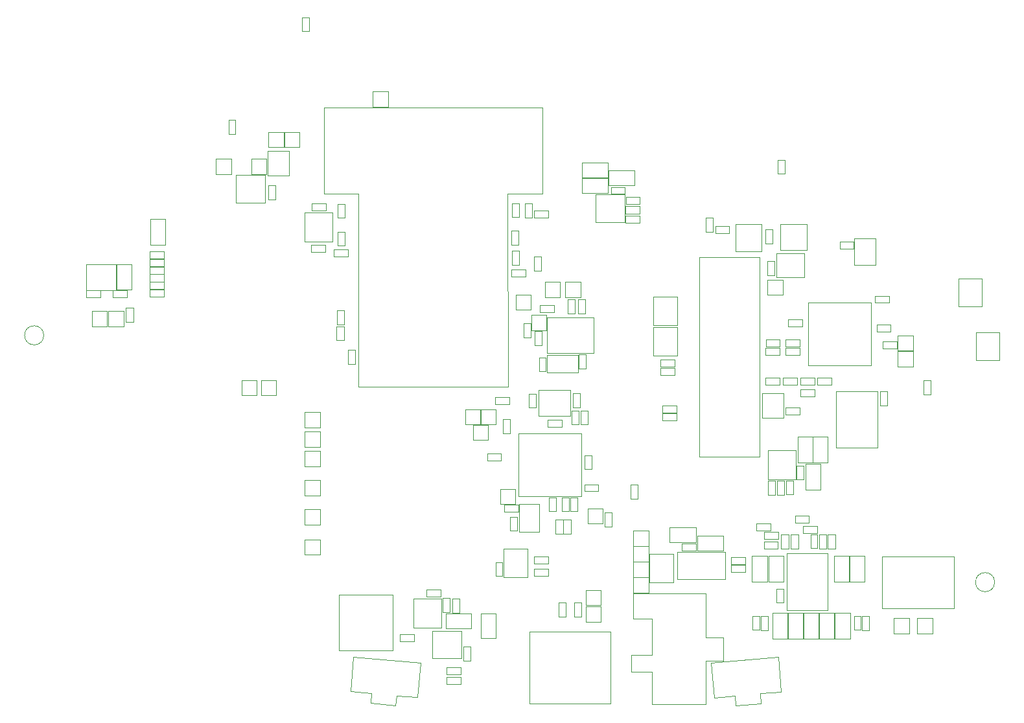
<source format=gbr>
G04 #@! TF.GenerationSoftware,KiCad,Pcbnew,(6.0.4)*
G04 #@! TF.CreationDate,2022-04-24T04:36:00+02:00*
G04 #@! TF.ProjectId,mch2022,6d636832-3032-4322-9e6b-696361645f70,3*
G04 #@! TF.SameCoordinates,Original*
G04 #@! TF.FileFunction,Other,User*
%FSLAX46Y46*%
G04 Gerber Fmt 4.6, Leading zero omitted, Abs format (unit mm)*
G04 Created by KiCad (PCBNEW (6.0.4)) date 2022-04-24 04:36:00*
%MOMM*%
%LPD*%
G01*
G04 APERTURE LIST*
%ADD10C,0.050000*%
%ADD11C,0.120000*%
G04 APERTURE END LIST*
D10*
X25570000Y-1670000D02*
X25570000Y-2610000D01*
X25570000Y-2610000D02*
X27430000Y-2610000D01*
X27430000Y-1670000D02*
X25570000Y-1670000D01*
X27430000Y-2610000D02*
X27430000Y-1670000D01*
X25590000Y-1435000D02*
X27410000Y-1435000D01*
X27410000Y-515000D02*
X25590000Y-515000D01*
X27410000Y-1435000D02*
X27410000Y-515000D01*
X25590000Y-515000D02*
X25590000Y-1435000D01*
X46210000Y-5845000D02*
X46210000Y-7705000D01*
X46210000Y-7705000D02*
X47150000Y-7705000D01*
X47150000Y-5845000D02*
X46210000Y-5845000D01*
X47150000Y-7705000D02*
X47150000Y-5845000D01*
X27840000Y-5540000D02*
X27840000Y-6460000D01*
X27840000Y-6460000D02*
X29660000Y-6460000D01*
X29660000Y-6460000D02*
X29660000Y-5540000D01*
X29660000Y-5540000D02*
X27840000Y-5540000D01*
X21636300Y11013500D02*
X25036300Y11013500D01*
X21636300Y14513500D02*
X21636300Y11013500D01*
X25036300Y14513500D02*
X21636300Y14513500D01*
X25036300Y11013500D02*
X25036300Y14513500D01*
X28498120Y1140200D02*
X30318120Y1140200D01*
X30318120Y2060200D02*
X28498120Y2060200D01*
X30318120Y1140200D02*
X30318120Y2060200D01*
X28498120Y2060200D02*
X28498120Y1140200D01*
X27440900Y14549860D02*
X27440900Y11149860D01*
X30940900Y14549860D02*
X27440900Y14549860D01*
X27440900Y11149860D02*
X30940900Y11149860D01*
X30940900Y11149860D02*
X30940900Y14549860D01*
X14008700Y5027540D02*
X14008700Y1327540D01*
X14008700Y5027540D02*
X10908700Y5027540D01*
X10908700Y1327540D02*
X14008700Y1327540D01*
X10908700Y1327540D02*
X10908700Y5027540D01*
X40865000Y-820000D02*
X40865000Y-1760000D01*
X42725000Y-1760000D02*
X42725000Y-820000D01*
X40865000Y-1760000D02*
X42725000Y-1760000D01*
X42725000Y-820000D02*
X40865000Y-820000D01*
X14008700Y1033540D02*
X14008700Y-2666460D01*
X14008700Y1033540D02*
X10908700Y1033540D01*
X10908700Y-2666460D02*
X10908700Y1033540D01*
X10908700Y-2666460D02*
X14008700Y-2666460D01*
X17760000Y13545000D02*
X18700000Y13545000D01*
X17760000Y15405000D02*
X17760000Y13545000D01*
X18700000Y13545000D02*
X18700000Y15405000D01*
X18700000Y15405000D02*
X17760000Y15405000D01*
D11*
X8250000Y-37000000D02*
X10750000Y-37000000D01*
X17750000Y-42500000D02*
X20000000Y-42500000D01*
X17750000Y-33750000D02*
X8500000Y-33750000D01*
X8500000Y-33750000D02*
X8250000Y-33750000D01*
X8000000Y-41750000D02*
X8000000Y-44000000D01*
X10750000Y-44000000D02*
X10750000Y-48250000D01*
X10750000Y-41750000D02*
X8250000Y-41750000D01*
X8000000Y-44000000D02*
X10750000Y-44000000D01*
X8250000Y-41750000D02*
X8000000Y-41750000D01*
X17750000Y-48250000D02*
X17750000Y-42500000D01*
X20000000Y-39500000D02*
X17750000Y-39500000D01*
X10750000Y-48250000D02*
X17750000Y-48250000D01*
X10750000Y-37000000D02*
X10750000Y-41750000D01*
X17750000Y-34750000D02*
X17750000Y-33750000D01*
X17750000Y-39500000D02*
X17750000Y-34750000D01*
X20000000Y-42500000D02*
X20000000Y-39500000D01*
X8250000Y-33750000D02*
X8250000Y-37000000D01*
D10*
X16871040Y-15874560D02*
X16871040Y10225440D01*
X16871040Y10225440D02*
X24771040Y10225440D01*
X24771040Y-15874560D02*
X16871040Y-15874560D01*
X24771040Y10225440D02*
X24771040Y-15874560D01*
X53848660Y7440680D02*
X53848660Y3740680D01*
X53848660Y7440680D02*
X50748660Y7440680D01*
X50748660Y3740680D02*
X53848660Y3740680D01*
X50748660Y3740680D02*
X50748660Y7440680D01*
X53020000Y-3280000D02*
X53020000Y420000D01*
X56120000Y420000D02*
X53020000Y420000D01*
X53020000Y-3280000D02*
X56120000Y-3280000D01*
X56120000Y420000D02*
X56120000Y-3280000D01*
X31930000Y-7030000D02*
X30070000Y-7030000D01*
X30070000Y-7970000D02*
X31930000Y-7970000D01*
X31930000Y-7970000D02*
X31930000Y-7030000D01*
X30070000Y-7030000D02*
X30070000Y-7970000D01*
X12075000Y-11120000D02*
X13935000Y-11120000D01*
X13935000Y-11120000D02*
X13935000Y-10180000D01*
X12075000Y-10180000D02*
X12075000Y-11120000D01*
X13935000Y-10180000D02*
X12075000Y-10180000D01*
X31930000Y-5530000D02*
X30070000Y-5530000D01*
X31930000Y-6470000D02*
X31930000Y-5530000D01*
X30070000Y-5530000D02*
X30070000Y-6470000D01*
X30070000Y-6470000D02*
X31930000Y-6470000D01*
X18971040Y14297760D02*
X18971040Y13357760D01*
X20831040Y14297760D02*
X18971040Y14297760D01*
X18971040Y13357760D02*
X20831040Y13357760D01*
X20831040Y13357760D02*
X20831040Y14297760D01*
X-5801000Y8598000D02*
X-7661000Y8598000D01*
X-5801000Y7658000D02*
X-5801000Y8598000D01*
X-7661000Y7658000D02*
X-5801000Y7658000D01*
X-7661000Y8598000D02*
X-7661000Y7658000D01*
X25561520Y13857940D02*
X25561520Y11997940D01*
X26501520Y11997940D02*
X26501520Y13857940D01*
X26501520Y13857940D02*
X25561520Y13857940D01*
X25561520Y11997940D02*
X26501520Y11997940D01*
X25570000Y-6470000D02*
X27430000Y-6470000D01*
X27430000Y-5530000D02*
X25570000Y-5530000D01*
X27430000Y-6470000D02*
X27430000Y-5530000D01*
X25570000Y-5530000D02*
X25570000Y-6470000D01*
X27885800Y-10789720D02*
X27885800Y-7589720D01*
X27885800Y-10789720D02*
X25085800Y-10789720D01*
X25085800Y-7589720D02*
X27885800Y-7589720D01*
X25085800Y-10789720D02*
X25085800Y-7589720D01*
X39861400Y5164080D02*
X39861400Y4244080D01*
X41681400Y5164080D02*
X39861400Y5164080D01*
X41681400Y4244080D02*
X41681400Y5164080D01*
X39861400Y4244080D02*
X41681400Y4244080D01*
X31121040Y4273440D02*
X39361040Y4273440D01*
X39361040Y-3966560D02*
X31121040Y-3966560D01*
X31121040Y-3966560D02*
X31121040Y4273440D01*
X39361040Y4273440D02*
X39361040Y-3966560D01*
X28190000Y-1435000D02*
X30010000Y-1435000D01*
X30010000Y-515000D02*
X28190000Y-515000D01*
X30010000Y-1435000D02*
X30010000Y-515000D01*
X28190000Y-515000D02*
X28190000Y-1435000D01*
X-4628140Y547820D02*
X-4628140Y-1272180D01*
X-4628140Y-1272180D02*
X-3708140Y-1272180D01*
X-3708140Y-1272180D02*
X-3708140Y547820D01*
X-3708140Y547820D02*
X-4628140Y547820D01*
X-3910000Y3960000D02*
X-3910000Y3040000D01*
X-3910000Y3040000D02*
X-2090000Y3040000D01*
X-2090000Y3960000D02*
X-3910000Y3960000D01*
X-2090000Y3040000D02*
X-2090000Y3960000D01*
X-4050000Y-4705000D02*
X-3130000Y-4705000D01*
X-4050000Y-2885000D02*
X-4050000Y-4705000D01*
X-3130000Y-4705000D02*
X-3130000Y-2885000D01*
X-3130000Y-2885000D02*
X-4050000Y-2885000D01*
X1137720Y-4323620D02*
X2057720Y-4323620D01*
X1137720Y-2503620D02*
X1137720Y-4323620D01*
X2057720Y-2503620D02*
X1137720Y-2503620D01*
X2057720Y-4323620D02*
X2057720Y-2503620D01*
X27160000Y22950000D02*
X27160000Y21130000D01*
X27160000Y21130000D02*
X28080000Y21130000D01*
X28080000Y22950000D02*
X27160000Y22950000D01*
X28080000Y21130000D02*
X28080000Y22950000D01*
X-11600000Y-36373000D02*
X-11600000Y-39573000D01*
X-11600000Y-36373000D02*
X-9700000Y-36373000D01*
X-11600000Y-39573000D02*
X-9700000Y-39573000D01*
X-9700000Y-36373000D02*
X-9700000Y-39573000D01*
X-31880000Y17210000D02*
X-33740000Y17210000D01*
X-33740000Y16270000D02*
X-31880000Y16270000D01*
X-33740000Y17210000D02*
X-33740000Y16270000D01*
X-31880000Y16270000D02*
X-31880000Y17210000D01*
X-15730000Y-36145000D02*
X-15730000Y-34285000D01*
X-16670000Y-36145000D02*
X-15730000Y-36145000D01*
X-16670000Y-34285000D02*
X-16670000Y-36145000D01*
X-15730000Y-34285000D02*
X-16670000Y-34285000D01*
X680000Y4735000D02*
X-260000Y4735000D01*
X680000Y2875000D02*
X680000Y4735000D01*
X-260000Y4735000D02*
X-260000Y2875000D01*
X-260000Y2875000D02*
X680000Y2875000D01*
X-6070000Y1585000D02*
X-6070000Y-275000D01*
X-5130000Y1585000D02*
X-6070000Y1585000D01*
X-5130000Y-275000D02*
X-5130000Y1585000D01*
X-6070000Y-275000D02*
X-5130000Y-275000D01*
X1090000Y4740000D02*
X1090000Y2880000D01*
X1090000Y2880000D02*
X2030000Y2880000D01*
X2030000Y2880000D02*
X2030000Y4740000D01*
X2030000Y4740000D02*
X1090000Y4740000D01*
X-25765000Y29861000D02*
X-23765000Y29861000D01*
X-25765000Y29861000D02*
X-25765000Y31861000D01*
X-23765000Y31861000D02*
X-25765000Y31861000D01*
X-23765000Y31861000D02*
X-23765000Y29861000D01*
X-3286000Y4969000D02*
X-1286000Y4969000D01*
X-3286000Y4969000D02*
X-3286000Y6969000D01*
X-1286000Y6969000D02*
X-3286000Y6969000D01*
X-1286000Y6969000D02*
X-1286000Y4969000D01*
X27784300Y7283960D02*
X25784300Y7283960D01*
X27784300Y7283960D02*
X27784300Y5283960D01*
X25784300Y5283960D02*
X25784300Y7283960D01*
X25784300Y5283960D02*
X27784300Y5283960D01*
X44800000Y0D02*
X44800000Y-2000000D01*
X42800000Y-2000000D02*
X42800000Y0D01*
X44800000Y0D02*
X42800000Y0D01*
X42800000Y-2000000D02*
X44800000Y-2000000D01*
X-39466980Y24079000D02*
X-39466980Y20879000D01*
X-39466980Y24079000D02*
X-36666980Y24079000D01*
X-36666980Y20879000D02*
X-39466980Y20879000D01*
X-36666980Y24079000D02*
X-36666980Y20879000D01*
X-4675000Y16300000D02*
X-4675000Y15380000D01*
X-2855000Y15380000D02*
X-2855000Y16300000D01*
X-4675000Y15380000D02*
X-2855000Y15380000D01*
X-2855000Y16300000D02*
X-4675000Y16300000D01*
X-12867500Y-38270000D02*
X-12867500Y-36370000D01*
X-16227500Y-36370000D02*
X-16227500Y-38270000D01*
X-12867500Y-36370000D02*
X-16227500Y-36370000D01*
X-16227500Y-38270000D02*
X-12867500Y-38270000D01*
X-2980000Y-2550640D02*
X1020000Y-2550640D01*
X-2980000Y-4850640D02*
X1020000Y-4850640D01*
X-2980000Y-4850640D02*
X-2980000Y-2550640D01*
X1020000Y-4850640D02*
X1020000Y-2550640D01*
X-3000000Y-2350000D02*
X-3000000Y2350000D01*
X-3000000Y2350000D02*
X3100000Y2350000D01*
X3100000Y-2350000D02*
X-3000000Y-2350000D01*
X3100000Y-2300000D02*
X3100000Y-2350000D01*
X3100000Y2350000D02*
X3100000Y-2300000D01*
X-4924720Y15402200D02*
X-4924720Y17262200D01*
X-4924720Y17262200D02*
X-5864720Y17262200D01*
X-5864720Y17262200D02*
X-5864720Y15402200D01*
X-5864720Y15402200D02*
X-4924720Y15402200D01*
X-3730000Y10255000D02*
X-4670000Y10255000D01*
X-3730000Y8395000D02*
X-3730000Y10255000D01*
X-4670000Y10255000D02*
X-4670000Y8395000D01*
X-4670000Y8395000D02*
X-3730000Y8395000D01*
X-7581920Y15447600D02*
X-6661920Y15447600D01*
X-7581920Y17267600D02*
X-7581920Y15447600D01*
X-6661920Y15447600D02*
X-6661920Y17267600D01*
X-6661920Y17267600D02*
X-7581920Y17267600D01*
X-6717960Y11795400D02*
X-6717960Y13655400D01*
X-7657960Y11795400D02*
X-6717960Y11795400D01*
X-6717960Y13655400D02*
X-7657960Y13655400D01*
X-7657960Y13655400D02*
X-7657960Y11795400D01*
X-29005000Y11225000D02*
X-30865000Y11225000D01*
X-29005000Y10285000D02*
X-29005000Y11225000D01*
X-30865000Y11225000D02*
X-30865000Y10285000D01*
X-30865000Y10285000D02*
X-29005000Y10285000D01*
X-30340320Y17166000D02*
X-30340320Y15346000D01*
X-30340320Y15346000D02*
X-29420320Y15346000D01*
X-29420320Y17166000D02*
X-30340320Y17166000D01*
X-29420320Y15346000D02*
X-29420320Y17166000D01*
X-30479720Y-668400D02*
X-29539720Y-668400D01*
X-29539720Y1191600D02*
X-30479720Y1191600D01*
X-29539720Y-668400D02*
X-29539720Y1191600D01*
X-30479720Y1191600D02*
X-30479720Y-668400D01*
X-28980520Y-1871600D02*
X-28980520Y-3731600D01*
X-28980520Y-3731600D02*
X-28040520Y-3731600D01*
X-28040520Y-3731600D02*
X-28040520Y-1871600D01*
X-28040520Y-1871600D02*
X-28980520Y-1871600D01*
X-30350320Y13553800D02*
X-30350320Y11693800D01*
X-30350320Y11693800D02*
X-29410320Y11693800D01*
X-29410320Y11693800D02*
X-29410320Y13553800D01*
X-29410320Y13553800D02*
X-30350320Y13553800D01*
X-14150000Y-42220000D02*
X-14150000Y-38620000D01*
X-14150000Y-38620000D02*
X-17950000Y-38620000D01*
X-17950000Y-38620000D02*
X-17950000Y-42220000D01*
X-17950000Y-42220000D02*
X-14150000Y-42220000D01*
X-14270000Y-43380000D02*
X-16130000Y-43380000D01*
X-16130000Y-43380000D02*
X-16130000Y-44320000D01*
X-14270000Y-44320000D02*
X-14270000Y-43380000D01*
X-16130000Y-44320000D02*
X-14270000Y-44320000D01*
X-19533212Y-42773808D02*
X-28299725Y-42006838D01*
X-26070051Y-48074255D02*
X-22782608Y-48361869D01*
X-19929770Y-47306494D02*
X-19533212Y-42773808D01*
X-22669306Y-47066816D02*
X-19929770Y-47306494D01*
X-22782608Y-48361869D02*
X-22669306Y-47066816D01*
X-25956748Y-46779202D02*
X-26070051Y-48074255D01*
X-28299725Y-42006838D02*
X-28696284Y-46539524D01*
X-28696284Y-46539524D02*
X-25956748Y-46779202D01*
X-14420000Y-36255000D02*
X-14420000Y-34435000D01*
X-14420000Y-34435000D02*
X-15340000Y-34435000D01*
X-15340000Y-36255000D02*
X-14420000Y-36255000D01*
X-15340000Y-34435000D02*
X-15340000Y-36255000D01*
X-34646860Y16061800D02*
X-34646860Y12261800D01*
X-31046860Y16061800D02*
X-34646860Y16061800D01*
X-34646860Y12261800D02*
X-31046860Y12261800D01*
X-31046860Y12261800D02*
X-31046860Y16061800D01*
X-33853060Y11799700D02*
X-33853060Y10859700D01*
X-33853060Y10859700D02*
X-31993060Y10859700D01*
X-31993060Y10859700D02*
X-31993060Y11799700D01*
X-31993060Y11799700D02*
X-33853060Y11799700D01*
X-54848320Y15212800D02*
X-54848320Y11812800D01*
X-54848320Y11812800D02*
X-52888320Y11812800D01*
X-52888320Y11812800D02*
X-52888320Y15212800D01*
X-52888320Y15212800D02*
X-54848320Y15212800D01*
X13703520Y-4107280D02*
X13703520Y-3167280D01*
X11843520Y-4107280D02*
X13703520Y-4107280D01*
X13703520Y-3167280D02*
X11843520Y-3167280D01*
X11843520Y-3167280D02*
X11843520Y-4107280D01*
X-39420900Y19581220D02*
X-39420900Y17721220D01*
X-38480900Y17721220D02*
X-38480900Y19581220D01*
X-38480900Y19581220D02*
X-39420900Y19581220D01*
X-39420900Y17721220D02*
X-38480900Y17721220D01*
X546000Y-34884000D02*
X546000Y-36744000D01*
X1486000Y-34884000D02*
X546000Y-34884000D01*
X546000Y-36744000D02*
X1486000Y-36744000D01*
X1486000Y-36744000D02*
X1486000Y-34884000D01*
X-44610000Y26320000D02*
X-43690000Y26320000D01*
X-43690000Y26320000D02*
X-43690000Y28140000D01*
X-44610000Y28140000D02*
X-44610000Y26320000D01*
X-43690000Y28140000D02*
X-44610000Y28140000D01*
X-546000Y-34884000D02*
X-1486000Y-34884000D01*
X-1486000Y-36744000D02*
X-546000Y-36744000D01*
X-546000Y-36744000D02*
X-546000Y-34884000D01*
X-1486000Y-34884000D02*
X-1486000Y-36744000D01*
X25750420Y9687920D02*
X25750420Y7827920D01*
X25750420Y7827920D02*
X26690420Y7827920D01*
X26690420Y9687920D02*
X25750420Y9687920D01*
X26690420Y7827920D02*
X26690420Y9687920D01*
X32340000Y-6460000D02*
X34160000Y-6460000D01*
X34160000Y-6460000D02*
X34160000Y-5540000D01*
X32340000Y-5540000D02*
X32340000Y-6460000D01*
X34160000Y-5540000D02*
X32340000Y-5540000D01*
X26940900Y10721940D02*
X26940900Y7621940D01*
X26940900Y10721940D02*
X30640900Y10721940D01*
X30640900Y7621940D02*
X26940900Y7621940D01*
X30640900Y7621940D02*
X30640900Y10721940D01*
X30010000Y-1680000D02*
X28190000Y-1680000D01*
X28190000Y-1680000D02*
X28190000Y-2600000D01*
X28190000Y-2600000D02*
X30010000Y-2600000D01*
X30010000Y-2600000D02*
X30010000Y-1680000D01*
X34800000Y-14700000D02*
X34800000Y-7300000D01*
X34800000Y-7300000D02*
X40200000Y-7300000D01*
X40200000Y-7300000D02*
X40200000Y-14700000D01*
X40200000Y-14700000D02*
X34800000Y-14700000D01*
X41470000Y-9180000D02*
X41470000Y-7320000D01*
X40530000Y-7320000D02*
X40530000Y-9180000D01*
X41470000Y-7320000D02*
X40530000Y-7320000D01*
X40530000Y-9180000D02*
X41470000Y-9180000D01*
X7920000Y-21355000D02*
X8860000Y-21355000D01*
X8860000Y-19495000D02*
X7920000Y-19495000D01*
X8860000Y-21355000D02*
X8860000Y-19495000D01*
X7920000Y-19495000D02*
X7920000Y-21355000D01*
X32337200Y-26016000D02*
X31417200Y-26016000D01*
X31417200Y-27836000D02*
X32337200Y-27836000D01*
X31417200Y-26016000D02*
X31417200Y-27836000D01*
X32337200Y-27836000D02*
X32337200Y-26016000D01*
X1310000Y-9415000D02*
X1310000Y-7595000D01*
X390000Y-9415000D02*
X1310000Y-9415000D01*
X390000Y-7595000D02*
X390000Y-9415000D01*
X1310000Y-7595000D02*
X390000Y-7595000D01*
X-4120000Y-7130000D02*
X80000Y-7130000D01*
X80000Y-10530000D02*
X-4120000Y-10530000D01*
X-4120000Y-10530000D02*
X-4120000Y-7130000D01*
X80000Y-7130000D02*
X80000Y-10530000D01*
X2296920Y-24624540D02*
X2296920Y-22624540D01*
X4296920Y-22624540D02*
X4296920Y-24624540D01*
X2296920Y-24624540D02*
X4296920Y-24624540D01*
X4296920Y-22624540D02*
X2296920Y-22624540D01*
X-5360000Y-7630000D02*
X-5360000Y-9450000D01*
X-4440000Y-9450000D02*
X-4440000Y-7630000D01*
X-5360000Y-9450000D02*
X-4440000Y-9450000D01*
X-4440000Y-7630000D02*
X-5360000Y-7630000D01*
X-7826000Y-25548000D02*
X-6906000Y-25548000D01*
X-6906000Y-25548000D02*
X-6906000Y-23728000D01*
X-6906000Y-23728000D02*
X-7826000Y-23728000D01*
X-7826000Y-23728000D02*
X-7826000Y-25548000D01*
X-8996000Y-15415000D02*
X-10816000Y-15415000D01*
X-8996000Y-16335000D02*
X-8996000Y-15415000D01*
X-10816000Y-15415000D02*
X-10816000Y-16335000D01*
X-10816000Y-16335000D02*
X-8996000Y-16335000D01*
X5438240Y-24999040D02*
X5438240Y-23139040D01*
X4498240Y-24999040D02*
X5438240Y-24999040D01*
X4498240Y-23139040D02*
X4498240Y-24999040D01*
X5438240Y-23139040D02*
X4498240Y-23139040D01*
X16432000Y-27015000D02*
X16432000Y-25055000D01*
X13032000Y-25055000D02*
X13032000Y-27015000D01*
X16432000Y-25055000D02*
X13032000Y-25055000D01*
X13032000Y-27015000D02*
X16432000Y-27015000D01*
X16460000Y-28146000D02*
X16460000Y-27226000D01*
X14640000Y-27226000D02*
X14640000Y-28146000D01*
X16460000Y-27226000D02*
X14640000Y-27226000D01*
X14640000Y-28146000D02*
X16460000Y-28146000D01*
X22881000Y-30020000D02*
X21061000Y-30020000D01*
X22881000Y-30940000D02*
X22881000Y-30020000D01*
X21061000Y-30940000D02*
X22881000Y-30940000D01*
X21061000Y-30020000D02*
X21061000Y-30940000D01*
X14035000Y-28349000D02*
X14035000Y-31849000D01*
X20255000Y-28349000D02*
X14035000Y-28349000D01*
X14035000Y-31849000D02*
X20255000Y-31849000D01*
X20255000Y-31849000D02*
X20255000Y-28349000D01*
X22881000Y-29004000D02*
X21061000Y-29004000D01*
X21061000Y-29004000D02*
X21061000Y-29924000D01*
X22881000Y-29924000D02*
X22881000Y-29004000D01*
X21061000Y-29924000D02*
X22881000Y-29924000D01*
X27977200Y-20830000D02*
X27977200Y-18970000D01*
X27037200Y-20830000D02*
X27977200Y-20830000D01*
X27977200Y-18970000D02*
X27037200Y-18970000D01*
X27037200Y-18970000D02*
X27037200Y-20830000D01*
X29167200Y-18990000D02*
X28247200Y-18990000D01*
X29167200Y-20810000D02*
X29167200Y-18990000D01*
X28247200Y-18990000D02*
X28247200Y-20810000D01*
X28247200Y-20810000D02*
X29167200Y-20810000D01*
X25837200Y-18970000D02*
X25837200Y-20830000D01*
X26777200Y-20830000D02*
X26777200Y-18970000D01*
X26777200Y-18970000D02*
X25837200Y-18970000D01*
X25837200Y-20830000D02*
X26777200Y-20830000D01*
X-43631900Y17341560D02*
X-39831900Y17341560D01*
X-39831900Y20941560D02*
X-43631900Y20941560D01*
X-39831900Y17341560D02*
X-39831900Y20941560D01*
X-43631900Y20941560D02*
X-43631900Y17341560D01*
X9130000Y16860100D02*
X7270000Y16860100D01*
X7270000Y15920100D02*
X9130000Y15920100D01*
X7270000Y16860100D02*
X7270000Y15920100D01*
X9130000Y15920100D02*
X9130000Y16860100D01*
X7290000Y17130100D02*
X9110000Y17130100D01*
X7290000Y18050100D02*
X7290000Y17130100D01*
X9110000Y17130100D02*
X9110000Y18050100D01*
X9110000Y18050100D02*
X7290000Y18050100D01*
X7157980Y19390000D02*
X5337980Y19390000D01*
X7157980Y18470000D02*
X7157980Y19390000D01*
X5337980Y19390000D02*
X5337980Y18470000D01*
X5337980Y18470000D02*
X7157980Y18470000D01*
X1547980Y20610100D02*
X4947980Y20610100D01*
X4947980Y22570100D02*
X1547980Y22570100D01*
X4947980Y20610100D02*
X4947980Y22570100D01*
X1547980Y22570100D02*
X1547980Y20610100D01*
X5012500Y19594000D02*
X8412500Y19594000D01*
X5012500Y21554000D02*
X5012500Y19594000D01*
X8412500Y19594000D02*
X8412500Y21554000D01*
X8412500Y21554000D02*
X5012500Y21554000D01*
X1547980Y20570100D02*
X1547980Y18610100D01*
X4947980Y20570100D02*
X1547980Y20570100D01*
X1547980Y18610100D02*
X4947980Y18610100D01*
X4947980Y18610100D02*
X4947980Y20570100D01*
X7270000Y14720100D02*
X9130000Y14720100D01*
X9130000Y15660100D02*
X7270000Y15660100D01*
X9130000Y14720100D02*
X9130000Y15660100D01*
X7270000Y15660100D02*
X7270000Y14720100D01*
X3347980Y18390100D02*
X3347980Y14790100D01*
X3347980Y14790100D02*
X7147980Y14790100D01*
X7147980Y14790100D02*
X7147980Y18390100D01*
X7147980Y18390100D02*
X3347980Y18390100D01*
X-9799620Y-8080000D02*
X-9799620Y-9020000D01*
X-7939620Y-9020000D02*
X-7939620Y-8080000D01*
X-7939620Y-8080000D02*
X-9799620Y-8080000D01*
X-9799620Y-9020000D02*
X-7939620Y-9020000D01*
X-16840000Y-38210000D02*
X-16840000Y-34410000D01*
X-20440000Y-34410000D02*
X-20440000Y-38210000D01*
X-20440000Y-38210000D02*
X-16840000Y-38210000D01*
X-16840000Y-34410000D02*
X-20440000Y-34410000D01*
X-18735000Y-33240000D02*
X-18735000Y-34180000D01*
X-18735000Y-34180000D02*
X-16875000Y-34180000D01*
X-16875000Y-33240000D02*
X-18735000Y-33240000D01*
X-16875000Y-34180000D02*
X-16875000Y-33240000D01*
X-22181620Y-39072580D02*
X-22181620Y-40012580D01*
X-20321620Y-39072580D02*
X-22181620Y-39072580D01*
X-20321620Y-40012580D02*
X-20321620Y-39072580D01*
X-22181620Y-40012580D02*
X-20321620Y-40012580D01*
X-30470000Y1435000D02*
X-29530000Y1435000D01*
X-29530000Y1435000D02*
X-29530000Y3295000D01*
X-29530000Y3295000D02*
X-30470000Y3295000D01*
X-30470000Y3295000D02*
X-30470000Y1435000D01*
X-34084000Y41550000D02*
X-35004000Y41550000D01*
X-34084000Y39730000D02*
X-34084000Y41550000D01*
X-35004000Y39730000D02*
X-34084000Y39730000D01*
X-35004000Y41550000D02*
X-35004000Y39730000D01*
X40090000Y443440D02*
X41910000Y443440D01*
X40090000Y1363440D02*
X40090000Y443440D01*
X41910000Y443440D02*
X41910000Y1363440D01*
X41910000Y1363440D02*
X40090000Y1363440D01*
X20011500Y-28158000D02*
X20011500Y-26198000D01*
X20011500Y-26198000D02*
X16611500Y-26198000D01*
X16611500Y-28158000D02*
X20011500Y-28158000D01*
X16611500Y-26198000D02*
X16611500Y-28158000D01*
X31687200Y-13205360D02*
X29727200Y-13205360D01*
X29727200Y-16605360D02*
X31687200Y-16605360D01*
X31687200Y-16605360D02*
X31687200Y-13205360D01*
X29727200Y-13205360D02*
X29727200Y-16605360D01*
X25907200Y-15005360D02*
X25907200Y-18805360D01*
X25907200Y-18805360D02*
X29507200Y-18805360D01*
X29507200Y-15005360D02*
X25907200Y-15005360D01*
X29507200Y-18805360D02*
X29507200Y-15005360D01*
X30770000Y-16757500D02*
X30770000Y-20157500D01*
X30770000Y-20157500D02*
X32730000Y-20157500D01*
X32730000Y-20157500D02*
X32730000Y-16757500D01*
X32730000Y-16757500D02*
X30770000Y-16757500D01*
X31727200Y-13205360D02*
X31727200Y-16605360D01*
X31727200Y-16605360D02*
X33687200Y-16605360D01*
X33687200Y-13205360D02*
X31727200Y-13205360D01*
X33687200Y-16605360D02*
X33687200Y-13205360D01*
X30535000Y-18870000D02*
X30535000Y-17050000D01*
X30535000Y-17050000D02*
X29615000Y-17050000D01*
X29615000Y-18870000D02*
X30535000Y-18870000D01*
X29615000Y-17050000D02*
X29615000Y-18870000D01*
X-13922000Y-40700000D02*
X-13922000Y-42520000D01*
X-13002000Y-42520000D02*
X-13002000Y-40700000D01*
X-13922000Y-42520000D02*
X-13002000Y-42520000D01*
X-13002000Y-40700000D02*
X-13922000Y-40700000D01*
X-46237860Y21070060D02*
X-46237860Y23070060D01*
X-46237860Y21070060D02*
X-44237860Y21070060D01*
X-44237860Y23070060D02*
X-44237860Y21070060D01*
X-44237860Y23070060D02*
X-46237860Y23070060D01*
X-39640000Y23070060D02*
X-41640000Y23070060D01*
X-39640000Y23070060D02*
X-39640000Y21070060D01*
X-41640000Y21070060D02*
X-41640000Y23070060D01*
X-41640000Y21070060D02*
X-39640000Y21070060D01*
X-37325000Y24577680D02*
X-37325000Y26577680D01*
X-35325000Y26577680D02*
X-37325000Y26577680D01*
X-37325000Y24577680D02*
X-35325000Y24577680D01*
X-35325000Y26577680D02*
X-35325000Y24577680D01*
X-39412880Y24577680D02*
X-39412880Y26577680D01*
X-37412880Y26577680D02*
X-39412880Y26577680D01*
X-37412880Y26577680D02*
X-37412880Y24577680D01*
X-39412880Y24577680D02*
X-37412880Y24577680D01*
X-53070000Y10970000D02*
X-54930000Y10970000D01*
X-54930000Y10970000D02*
X-54930000Y10030000D01*
X-54930000Y10030000D02*
X-53070000Y10030000D01*
X-53070000Y10030000D02*
X-53070000Y10970000D01*
X-53070000Y9030000D02*
X-53070000Y9970000D01*
X-54930000Y9030000D02*
X-53070000Y9030000D01*
X-54930000Y9970000D02*
X-54930000Y9030000D01*
X-53070000Y9970000D02*
X-54930000Y9970000D01*
X-54930000Y8030000D02*
X-53070000Y8030000D01*
X-53070000Y8970000D02*
X-54930000Y8970000D01*
X-54930000Y8970000D02*
X-54930000Y8030000D01*
X-53070000Y8030000D02*
X-53070000Y8970000D01*
X-53070000Y7970000D02*
X-54930000Y7970000D01*
X-54930000Y7030000D02*
X-53070000Y7030000D01*
X-53070000Y7030000D02*
X-53070000Y7970000D01*
X-54930000Y7970000D02*
X-54930000Y7030000D01*
X-54930000Y6030000D02*
X-53070000Y6030000D01*
X-53070000Y6970000D02*
X-54930000Y6970000D01*
X-54930000Y6970000D02*
X-54930000Y6030000D01*
X-53070000Y6030000D02*
X-53070000Y6970000D01*
X-53070000Y5030000D02*
X-53070000Y5970000D01*
X-53070000Y5970000D02*
X-54930000Y5970000D01*
X-54930000Y5970000D02*
X-54930000Y5030000D01*
X-54930000Y5030000D02*
X-53070000Y5030000D01*
X-851000Y-25949000D02*
X89000Y-25949000D01*
X89000Y-25949000D02*
X89000Y-24089000D01*
X89000Y-24089000D02*
X-851000Y-24089000D01*
X-851000Y-24089000D02*
X-851000Y-25949000D01*
X-927000Y-25949000D02*
X-927000Y-24089000D01*
X-927000Y-24089000D02*
X-1867000Y-24089000D01*
X-1867000Y-24089000D02*
X-1867000Y-25949000D01*
X-1867000Y-25949000D02*
X-927000Y-25949000D01*
X-5069020Y2635900D02*
X-3069020Y2635900D01*
X-5069020Y2635900D02*
X-5069020Y635900D01*
X-3069020Y635900D02*
X-5069020Y635900D01*
X-3069020Y635900D02*
X-3069020Y2635900D01*
X-103820Y-21180240D02*
X-1023820Y-21180240D01*
X-1023820Y-23000240D02*
X-103820Y-23000240D01*
X-1023820Y-21180240D02*
X-1023820Y-23000240D01*
X-103820Y-23000240D02*
X-103820Y-21180240D01*
X-2746000Y-23010460D02*
X-1826000Y-23010460D01*
X-2746000Y-21190460D02*
X-2746000Y-23010460D01*
X-1826000Y-21190460D02*
X-2746000Y-21190460D01*
X-1826000Y-23010460D02*
X-1826000Y-21190460D01*
X1884060Y-20396320D02*
X3704060Y-20396320D01*
X3704060Y-19476320D02*
X1884060Y-19476320D01*
X1884060Y-19476320D02*
X1884060Y-20396320D01*
X3704060Y-20396320D02*
X3704060Y-19476320D01*
X2855280Y-15663360D02*
X1935280Y-15663360D01*
X2855280Y-17483360D02*
X2855280Y-15663360D01*
X1935280Y-15663360D02*
X1935280Y-17483360D01*
X1935280Y-17483360D02*
X2855280Y-17483360D01*
X68380Y-23012940D02*
X988380Y-23012940D01*
X68380Y-21192940D02*
X68380Y-23012940D01*
X988380Y-21192940D02*
X68380Y-21192940D01*
X988380Y-23012940D02*
X988380Y-21192940D01*
X218180Y-11654200D02*
X1138180Y-11654200D01*
X1138180Y-11654200D02*
X1138180Y-9834200D01*
X218180Y-9834200D02*
X218180Y-11654200D01*
X1138180Y-9834200D02*
X218180Y-9834200D01*
X-8550000Y-23076000D02*
X-6690000Y-23076000D01*
X-6690000Y-23076000D02*
X-6690000Y-22136000D01*
X-6690000Y-22136000D02*
X-8550000Y-22136000D01*
X-8550000Y-22136000D02*
X-8550000Y-23076000D01*
X-6761780Y-12780780D02*
X-6761780Y-20990780D01*
X-6761780Y-12780780D02*
X1448220Y-12780780D01*
X-6761780Y-20990780D02*
X1448220Y-20990780D01*
X1448220Y-12780780D02*
X1448220Y-20990780D01*
X-13700000Y-11668000D02*
X-11700000Y-11668000D01*
X-11700000Y-9668000D02*
X-11700000Y-11668000D01*
X-11700000Y-9668000D02*
X-13700000Y-9668000D01*
X-13700000Y-11668000D02*
X-13700000Y-9668000D01*
X-9668000Y-9668000D02*
X-11668000Y-9668000D01*
X-11668000Y-11668000D02*
X-9668000Y-11668000D01*
X-9668000Y-9668000D02*
X-9668000Y-11668000D01*
X-11668000Y-11668000D02*
X-11668000Y-9668000D01*
X-3628920Y29765000D02*
X-32128920Y29765000D01*
X-3628920Y18485000D02*
X-8128920Y18485000D01*
X-8108920Y-6705000D02*
X-8128920Y18485000D01*
X-3628920Y29765000D02*
X-3628920Y18485000D01*
X-27628920Y18485000D02*
X-27608920Y-6705000D01*
X-8108920Y-6705000D02*
X-27608920Y-6705000D01*
X-27628920Y18485000D02*
X-32128920Y18485000D01*
X-32128920Y29765000D02*
X-32128920Y18485000D01*
X-4034000Y-22076000D02*
X-6634000Y-22076000D01*
X-6634000Y-22076000D02*
X-6634000Y-25676000D01*
X-6634000Y-25676000D02*
X-4034000Y-25676000D01*
X-4034000Y-25676000D02*
X-4034000Y-22076000D01*
X-7817860Y-12804820D02*
X-7817860Y-10984820D01*
X-7817860Y-10984820D02*
X-8737860Y-10984820D01*
X-8737860Y-12804820D02*
X-7817860Y-12804820D01*
X-8737860Y-10984820D02*
X-8737860Y-12804820D01*
X35244360Y11325600D02*
X37064360Y11325600D01*
X37064360Y12245600D02*
X35244360Y12245600D01*
X37064360Y11325600D02*
X37064360Y12245600D01*
X35244360Y12245600D02*
X35244360Y11325600D01*
X39947040Y9234700D02*
X37147040Y9234700D01*
X37147040Y9234700D02*
X37147040Y12634700D01*
X37147040Y12634700D02*
X39947040Y12634700D01*
X39947040Y12634700D02*
X39947040Y9234700D01*
X1386580Y-11649120D02*
X2306580Y-11649120D01*
X2306580Y-11649120D02*
X2306580Y-9829120D01*
X1386580Y-9829120D02*
X1386580Y-11649120D01*
X2306580Y-9829120D02*
X1386580Y-9829120D01*
X-1079140Y-12006680D02*
X-1079140Y-11066680D01*
X-2939140Y-11066680D02*
X-2939140Y-12006680D01*
X-1079140Y-11066680D02*
X-2939140Y-11066680D01*
X-2939140Y-12006680D02*
X-1079140Y-12006680D01*
X-7096000Y3318000D02*
X-7096000Y5318000D01*
X-5096000Y5318000D02*
X-5096000Y3318000D01*
X-5096000Y5318000D02*
X-7096000Y5318000D01*
X-7096000Y3318000D02*
X-5096000Y3318000D01*
X-7128000Y-20082000D02*
X-9128000Y-20082000D01*
X-7128000Y-20082000D02*
X-7128000Y-22082000D01*
X-9128000Y-22082000D02*
X-7128000Y-22082000D01*
X-9128000Y-22082000D02*
X-9128000Y-20082000D01*
X44800000Y-2100000D02*
X44800000Y-4100000D01*
X42800000Y-4100000D02*
X42800000Y-2100000D01*
X42800000Y-4100000D02*
X44800000Y-4100000D01*
X44800000Y-2100000D02*
X42800000Y-2100000D01*
X-40910000Y-5858000D02*
X-42910000Y-5858000D01*
X-40910000Y-5858000D02*
X-40910000Y-7858000D01*
X-42910000Y-7858000D02*
X-40910000Y-7858000D01*
X-42910000Y-7858000D02*
X-42910000Y-5858000D01*
X-16130000Y-44630000D02*
X-16130000Y-45570000D01*
X-16130000Y-45570000D02*
X-14270000Y-45570000D01*
X-14270000Y-44630000D02*
X-16130000Y-44630000D01*
X-14270000Y-45570000D02*
X-14270000Y-44630000D01*
X-59743500Y5860000D02*
X-59743500Y4920000D01*
X-57883500Y4920000D02*
X-57883500Y5860000D01*
X-57883500Y5860000D02*
X-59743500Y5860000D01*
X-59743500Y4920000D02*
X-57883500Y4920000D01*
X26452000Y-36300000D02*
X26452000Y-39700000D01*
X26452000Y-39700000D02*
X28412000Y-39700000D01*
X28412000Y-39700000D02*
X28412000Y-36300000D01*
X28412000Y-36300000D02*
X26452000Y-36300000D01*
X-32655000Y-26686000D02*
X-34655000Y-26686000D01*
X-34655000Y-28686000D02*
X-34655000Y-26686000D01*
X-32655000Y-26686000D02*
X-32655000Y-28686000D01*
X-34655000Y-28686000D02*
X-32655000Y-28686000D01*
X45355000Y-38973000D02*
X45355000Y-36973000D01*
X45355000Y-38973000D02*
X47355000Y-38973000D01*
X47355000Y-36973000D02*
X47355000Y-38973000D01*
X47355000Y-36973000D02*
X45355000Y-36973000D01*
X10271000Y-27575000D02*
X10271000Y-29575000D01*
X8271000Y-29575000D02*
X10271000Y-29575000D01*
X8271000Y-29575000D02*
X8271000Y-27575000D01*
X10271000Y-27575000D02*
X8271000Y-27575000D01*
X34633000Y-27854000D02*
X34633000Y-25994000D01*
X33693000Y-27854000D02*
X34633000Y-27854000D01*
X34633000Y-25994000D02*
X33693000Y-25994000D01*
X33693000Y-25994000D02*
X33693000Y-27854000D01*
X-32655000Y-18939000D02*
X-34655000Y-18939000D01*
X-32655000Y-18939000D02*
X-32655000Y-20939000D01*
X-34655000Y-20939000D02*
X-32655000Y-20939000D01*
X-34655000Y-20939000D02*
X-34655000Y-18939000D01*
X-32655000Y-12589000D02*
X-32655000Y-14589000D01*
X-32655000Y-12589000D02*
X-34655000Y-12589000D01*
X-34655000Y-14589000D02*
X-34655000Y-12589000D01*
X-34655000Y-14589000D02*
X-32655000Y-14589000D01*
X32550000Y-27854000D02*
X33490000Y-27854000D01*
X33490000Y-25994000D02*
X32550000Y-25994000D01*
X33490000Y-27854000D02*
X33490000Y-25994000D01*
X32550000Y-25994000D02*
X32550000Y-27854000D01*
X39078000Y-36662000D02*
X38138000Y-36662000D01*
X38138000Y-38522000D02*
X39078000Y-38522000D01*
X38138000Y-36662000D02*
X38138000Y-38522000D01*
X39078000Y-38522000D02*
X39078000Y-36662000D01*
X36510400Y-28830800D02*
X36510400Y-32230800D01*
X38470400Y-32230800D02*
X38470400Y-28830800D01*
X38470400Y-28830800D02*
X36510400Y-28830800D01*
X36510400Y-32230800D02*
X38470400Y-32230800D01*
X-8673000Y-31625000D02*
X-5573000Y-31625000D01*
X-5573000Y-27925000D02*
X-8673000Y-27925000D01*
X-8673000Y-31625000D02*
X-8673000Y-27925000D01*
X-5573000Y-27925000D02*
X-5573000Y-31625000D01*
X-30170000Y-33883500D02*
X-30170000Y-41183500D01*
X-30170000Y-41183500D02*
X-23170000Y-41183500D01*
X-23170000Y-33883500D02*
X-30170000Y-33883500D01*
X-23170000Y-41183500D02*
X-23170000Y-33883500D01*
X30439000Y-25870000D02*
X32299000Y-25870000D01*
X32299000Y-24930000D02*
X30439000Y-24930000D01*
X32299000Y-25870000D02*
X32299000Y-24930000D01*
X30439000Y-24930000D02*
X30439000Y-25870000D01*
X11843520Y-5169000D02*
X13703520Y-5169000D01*
X13703520Y-5169000D02*
X13703520Y-4229000D01*
X13703520Y-4229000D02*
X11843520Y-4229000D01*
X11843520Y-4229000D02*
X11843520Y-5169000D01*
X34508000Y-39700000D02*
X34508000Y-36300000D01*
X32548000Y-39700000D02*
X34508000Y-39700000D01*
X34508000Y-36300000D02*
X32548000Y-36300000D01*
X32548000Y-36300000D02*
X32548000Y-39700000D01*
X4048000Y-33290000D02*
X2048000Y-33290000D01*
X2048000Y-35290000D02*
X2048000Y-33290000D01*
X4048000Y-33290000D02*
X4048000Y-35290000D01*
X2048000Y-35290000D02*
X4048000Y-35290000D01*
X13935000Y-9182000D02*
X12075000Y-9182000D01*
X12075000Y-9182000D02*
X12075000Y-10122000D01*
X13935000Y-10122000D02*
X13935000Y-9182000D01*
X12075000Y-10122000D02*
X13935000Y-10122000D01*
X-4683000Y-30515000D02*
X-4683000Y-31435000D01*
X-2863000Y-31435000D02*
X-2863000Y-30515000D01*
X-4683000Y-31435000D02*
X-2863000Y-31435000D01*
X-2863000Y-30515000D02*
X-4683000Y-30515000D01*
X24363000Y-25479000D02*
X26183000Y-25479000D01*
X26183000Y-24559000D02*
X24363000Y-24559000D01*
X26183000Y-25479000D02*
X26183000Y-24559000D01*
X24363000Y-24559000D02*
X24363000Y-25479000D01*
X28288000Y-35907200D02*
X28288000Y-28507200D01*
X28288000Y-28507200D02*
X33688000Y-28507200D01*
X33688000Y-35907200D02*
X28288000Y-35907200D01*
X33688000Y-28507200D02*
X33688000Y-35907200D01*
X32476000Y-36300000D02*
X30516000Y-36300000D01*
X32476000Y-39700000D02*
X32476000Y-36300000D01*
X30516000Y-36300000D02*
X30516000Y-39700000D01*
X30516000Y-39700000D02*
X32476000Y-39700000D01*
X-68750000Y0D02*
G75*
G03*
X-68750000Y0I-1250000J0D01*
G01*
X2048000Y-37449000D02*
X4048000Y-37449000D01*
X4048000Y-35449000D02*
X4048000Y-37449000D01*
X2048000Y-37449000D02*
X2048000Y-35449000D01*
X4048000Y-35449000D02*
X2048000Y-35449000D01*
X28537000Y-27854000D02*
X28537000Y-25994000D01*
X27597000Y-27854000D02*
X28537000Y-27854000D01*
X28537000Y-25994000D02*
X27597000Y-25994000D01*
X27597000Y-25994000D02*
X27597000Y-27854000D01*
X-4683000Y-29835000D02*
X-2863000Y-29835000D01*
X-2863000Y-29835000D02*
X-2863000Y-28915000D01*
X-4683000Y-28915000D02*
X-4683000Y-29835000D01*
X-2863000Y-28915000D02*
X-4683000Y-28915000D01*
X38010000Y-38502000D02*
X38010000Y-36682000D01*
X38010000Y-36682000D02*
X37090000Y-36682000D01*
X37090000Y-36682000D02*
X37090000Y-38502000D01*
X37090000Y-38502000D02*
X38010000Y-38502000D01*
X-62468000Y1159000D02*
X-62468000Y3159000D01*
X-60468000Y3159000D02*
X-60468000Y1159000D01*
X-62468000Y1159000D02*
X-60468000Y1159000D01*
X-60468000Y3159000D02*
X-62468000Y3159000D01*
X-58001000Y1735000D02*
X-57061000Y1735000D01*
X-57061000Y3595000D02*
X-58001000Y3595000D01*
X-57061000Y1735000D02*
X-57061000Y3595000D01*
X-58001000Y3595000D02*
X-58001000Y1735000D01*
X36580000Y-36300000D02*
X34620000Y-36300000D01*
X36580000Y-39700000D02*
X36580000Y-36300000D01*
X34620000Y-39700000D02*
X36580000Y-39700000D01*
X34620000Y-36300000D02*
X34620000Y-39700000D01*
X-12684000Y-13700000D02*
X-10684000Y-13700000D01*
X-10684000Y-11700000D02*
X-10684000Y-13700000D01*
X-10684000Y-11700000D02*
X-12684000Y-11700000D01*
X-12684000Y-13700000D02*
X-12684000Y-11700000D01*
X13469890Y-28580000D02*
X10369890Y-28580000D01*
X10369890Y-32280000D02*
X13469890Y-32280000D01*
X13469890Y-28580000D02*
X13469890Y-32280000D01*
X10369890Y-32280000D02*
X10369890Y-28580000D01*
X28867000Y-27854000D02*
X29807000Y-27854000D01*
X28867000Y-25994000D02*
X28867000Y-27854000D01*
X29807000Y-25994000D02*
X28867000Y-25994000D01*
X29807000Y-27854000D02*
X29807000Y-25994000D01*
X-9731000Y-31485000D02*
X-8811000Y-31485000D01*
X-9731000Y-29665000D02*
X-9731000Y-31485000D01*
X-8811000Y-31485000D02*
X-8811000Y-29665000D01*
X-8811000Y-29665000D02*
X-9731000Y-29665000D01*
X25349000Y-27892000D02*
X27169000Y-27892000D01*
X27169000Y-27892000D02*
X27169000Y-26972000D01*
X27169000Y-26972000D02*
X25349000Y-26972000D01*
X25349000Y-26972000D02*
X25349000Y-27892000D01*
X40746000Y-35700000D02*
X40746000Y-28900000D01*
X50186000Y-28900000D02*
X50186000Y-35700000D01*
X40746000Y-28900000D02*
X50186000Y-28900000D01*
X50186000Y-35700000D02*
X40746000Y-35700000D01*
X8271000Y-31639000D02*
X10271000Y-31639000D01*
X10271000Y-33639000D02*
X10271000Y-31639000D01*
X10271000Y-33639000D02*
X8271000Y-33639000D01*
X8271000Y-31639000D02*
X8271000Y-33639000D01*
X-32655000Y-10049000D02*
X-34655000Y-10049000D01*
X-34655000Y-12049000D02*
X-32655000Y-12049000D01*
X-32655000Y-10049000D02*
X-32655000Y-12049000D01*
X-34655000Y-12049000D02*
X-34655000Y-10049000D01*
X-63182500Y9320000D02*
X-59342500Y9320000D01*
X-59342500Y9320000D02*
X-59342500Y5920000D01*
X-63182500Y5920000D02*
X-63182500Y9320000D01*
X-59342500Y5920000D02*
X-63182500Y5920000D01*
X-58307000Y3159000D02*
X-60307000Y3159000D01*
X-60307000Y1159000D02*
X-60307000Y3159000D01*
X-60307000Y1159000D02*
X-58307000Y1159000D01*
X-58307000Y3159000D02*
X-58307000Y1159000D01*
X10271000Y-25543000D02*
X10271000Y-27543000D01*
X8271000Y-27543000D02*
X10271000Y-27543000D01*
X8271000Y-27543000D02*
X8271000Y-25543000D01*
X10271000Y-25543000D02*
X8271000Y-25543000D01*
X10271000Y-31607000D02*
X8271000Y-31607000D01*
X8271000Y-29607000D02*
X10271000Y-29607000D01*
X10271000Y-31607000D02*
X10271000Y-29607000D01*
X8271000Y-29607000D02*
X8271000Y-31607000D01*
X1381000Y6969000D02*
X-619000Y6969000D01*
X-619000Y4969000D02*
X1381000Y4969000D01*
X-619000Y4969000D02*
X-619000Y6969000D01*
X1381000Y6969000D02*
X1381000Y4969000D01*
X26972000Y-34946000D02*
X27892000Y-34946000D01*
X26972000Y-33126000D02*
X26972000Y-34946000D01*
X27892000Y-34946000D02*
X27892000Y-33126000D01*
X27892000Y-33126000D02*
X26972000Y-33126000D01*
X25870000Y-38522000D02*
X25870000Y-36662000D01*
X24930000Y-38522000D02*
X25870000Y-38522000D01*
X24930000Y-36662000D02*
X24930000Y-38522000D01*
X25870000Y-36662000D02*
X24930000Y-36662000D01*
X28153000Y-10376000D02*
X30013000Y-10376000D01*
X30013000Y-9436000D02*
X28153000Y-9436000D01*
X28153000Y-9436000D02*
X28153000Y-10376000D01*
X30013000Y-10376000D02*
X30013000Y-9436000D01*
X55479000Y-32258000D02*
G75*
G03*
X55479000Y-32258000I-1250000J0D01*
G01*
X-57312500Y5940000D02*
X-57312500Y9300000D01*
X-57312500Y9300000D02*
X-59212500Y9300000D01*
X-59212500Y5940000D02*
X-57312500Y5940000D01*
X-59212500Y9300000D02*
X-59212500Y5940000D01*
X25359000Y-26632000D02*
X27219000Y-26632000D01*
X27219000Y-25692000D02*
X25359000Y-25692000D01*
X27219000Y-26632000D02*
X27219000Y-25692000D01*
X25359000Y-25692000D02*
X25359000Y-26632000D01*
X-63172500Y5860000D02*
X-63172500Y4920000D01*
X-61312500Y4920000D02*
X-61312500Y5860000D01*
X-63172500Y4920000D02*
X-61312500Y4920000D01*
X-61312500Y5860000D02*
X-63172500Y5860000D01*
X28484000Y-36300000D02*
X28484000Y-39700000D01*
X28484000Y-39700000D02*
X30444000Y-39700000D01*
X30444000Y-36300000D02*
X28484000Y-36300000D01*
X30444000Y-39700000D02*
X30444000Y-36300000D01*
X36438400Y-28830800D02*
X34478400Y-28830800D01*
X36438400Y-32230800D02*
X36438400Y-28830800D01*
X34478400Y-32230800D02*
X36438400Y-32230800D01*
X34478400Y-28830800D02*
X34478400Y-32230800D01*
X42307000Y-38973000D02*
X44307000Y-38973000D01*
X44307000Y-36973000D02*
X44307000Y-38973000D01*
X42307000Y-38973000D02*
X42307000Y-36973000D01*
X44307000Y-36973000D02*
X42307000Y-36973000D01*
X-32655000Y-22749000D02*
X-32655000Y-24749000D01*
X-34655000Y-24749000D02*
X-34655000Y-22749000D01*
X-34655000Y-24749000D02*
X-32655000Y-24749000D01*
X-32655000Y-22749000D02*
X-34655000Y-22749000D01*
X-32655000Y-15129000D02*
X-32655000Y-17129000D01*
X-34655000Y-17129000D02*
X-34655000Y-15129000D01*
X-34655000Y-17129000D02*
X-32655000Y-17129000D01*
X-32655000Y-15129000D02*
X-34655000Y-15129000D01*
X24760000Y-38502000D02*
X24760000Y-36682000D01*
X23840000Y-36682000D02*
X23840000Y-38502000D01*
X23840000Y-38502000D02*
X24760000Y-38502000D01*
X24760000Y-36682000D02*
X23840000Y-36682000D01*
X31235000Y-24463000D02*
X31235000Y-23543000D01*
X31235000Y-23543000D02*
X29415000Y-23543000D01*
X29415000Y-23543000D02*
X29415000Y-24463000D01*
X29415000Y-24463000D02*
X31235000Y-24463000D01*
X-7582000Y9230000D02*
X-6642000Y9230000D01*
X-6642000Y11090000D02*
X-7582000Y11090000D01*
X-7582000Y11090000D02*
X-7582000Y9230000D01*
X-6642000Y9230000D02*
X-6642000Y11090000D01*
X24844137Y-46806849D02*
X27583673Y-46567171D01*
X27187114Y-42034485D02*
X18420601Y-42801455D01*
X18817159Y-47334141D02*
X21556695Y-47094463D01*
X21556695Y-47094463D02*
X21669997Y-48389516D01*
X27583673Y-46567171D02*
X27187114Y-42034485D01*
X21669997Y-48389516D02*
X24957440Y-48101902D01*
X18420601Y-42801455D02*
X18817159Y-47334141D01*
X24957440Y-48101902D02*
X24844137Y-46806849D01*
X25745000Y-28830800D02*
X23785000Y-28830800D01*
X23785000Y-28830800D02*
X23785000Y-32230800D01*
X23785000Y-32230800D02*
X25745000Y-32230800D01*
X25745000Y-32230800D02*
X25745000Y-28830800D01*
X5320000Y-48150000D02*
X-5320000Y-48150000D01*
X5320000Y-38730000D02*
X-5320000Y-38730000D01*
X5320000Y-38730000D02*
X5320000Y-48150000D01*
X-5320000Y-38730000D02*
X-5320000Y-48150000D01*
X27904000Y-28846000D02*
X25944000Y-28846000D01*
X27904000Y-32246000D02*
X27904000Y-28846000D01*
X25944000Y-32246000D02*
X27904000Y-32246000D01*
X25944000Y-28846000D02*
X25944000Y-32246000D01*
X-38370000Y-5858000D02*
X-38370000Y-7858000D01*
X-38370000Y-5858000D02*
X-40370000Y-5858000D01*
X-40370000Y-7858000D02*
X-40370000Y-5858000D01*
X-40370000Y-7858000D02*
X-38370000Y-7858000D01*
M02*

</source>
